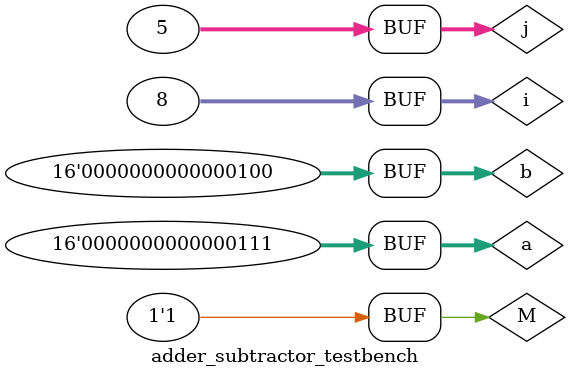
<source format=v>
`timescale 1ns/1ns
`include "../16_bit_adder_subtractor.v"

module adder_subtractor_testbench;
reg [15:0] a, b;
reg M;
wire [15:0] sum;
wire c_out;
integer i,j;
Adder_subtractor dut (.a(a), .b(b), .M(M), .c_out(c_out), .sum(sum));
//Mul4 dut1 (.a(a), .b(b), .M(M), .c_out(c_out), .sum(sum));
initial begin
$monitor("a = %b b = %b M = %b c_out = %b sum = %b", a, b, M, c_out, sum);
M = 1'b0;
for (i = 5; i < 8 ; i = i + 1) begin
for (j = 6; j < 9 ; j = j + 1) begin
a = i; b = j; #20;
end
end
M = 1'b1;
for (i = 6; i < 8 ; i = i + 1) begin
for (j = 0; j < 5 ; j = j + 1) begin
a = i; b = j; #20;
end
end
end
endmodule

</source>
